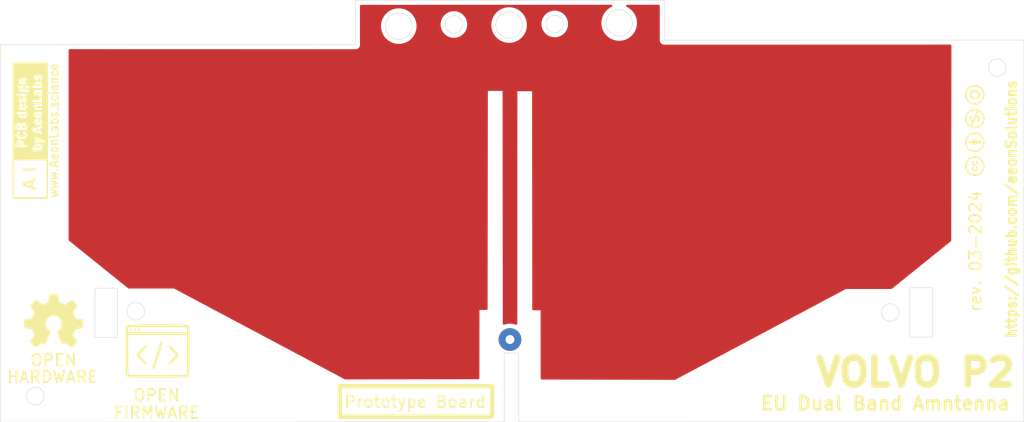
<source format=kicad_pcb>
(kicad_pcb (version 20240225) (generator "pcbnew") (generator_version "8.99")
  (layers (0 "F.Cu" signal) (31 "B.Cu" signal) (34 "B.Paste" user) (35 "F.Paste" user) (36 "B.SilkS" user "B.Silkscreen") (37 "F.SilkS" user "F.Silkscreen") (38 "B.Mask" user) (39 "F.Mask" user) (44 "Edge.Cuts" user))
  (net 0 "")
  (footprint "AeonLabs_Automotive:volvo_p2_dual_band_antenna" (layer "F.Cu") (at 149.53 96.95)
    (property "Reference" "G***" (hide yes))
    (property "Value" "LOGO" (hide yes))
    (fp_line (start -58.895 -22.86) (end -58.885 19.32) (stroke (width 0.05)) (layer "Edge.Cuts"))
    (fp_line (start -58.895 -22.86) (end -19.185 -22.85) (stroke (width 0.05)) (layer "Edge.Cuts"))
    (fp_line (start -19.185 -27.81) (end -19.185 -22.85) (stroke (width 0.05)) (layer "Edge.Cuts"))
    (fp_line (start -2.565 11.61) (end -2.565 19.31) (stroke (width 0.05)) (layer "Edge.Cuts"))
    (fp_line (start -2.565 11.61) (end -0.935 11.61) (stroke (width 0.05)) (layer "Edge.Cuts"))
    (fp_line (start -2.565 19.31) (end -58.885 19.32) (stroke (width 0.05)) (layer "Edge.Cuts"))
    (fp_line (start -0.935 11.61) (end -0.935 19.31) (stroke (width 0.05)) (layer "Edge.Cuts"))
    (fp_line (start 15.325 -27.82) (end -19.185 -27.81) (stroke (width 0.05)) (layer "Edge.Cuts"))
    (fp_line (start 15.325 -27.82) (end 15.325 -23.36) (stroke (width 0.05)) (layer "Edge.Cuts"))
    (fp_line (start 55.515 19.3) (end -0.935 19.31) (stroke (width 0.05)) (layer "Edge.Cuts"))
    (fp_line (start 55.525 -23.37) (end 15.325 -23.36) (stroke (width 0.05)) (layer "Edge.Cuts"))
    (fp_line (start 55.525 -23.37) (end 55.515 19.3) (stroke (width 0.05)) (layer "Edge.Cuts"))
    (fp_rect (start -48.315 4.36) (end -45.795 9.88) (stroke (width 0.05)) (fill none) (layer "Edge.Cuts"))
    (fp_rect (start 42.775 4.31) (end 45.295 9.83) (stroke (width 0.05)) (fill none) (layer "Edge.Cuts"))
    (fp_circle (center -54.977293 16.43) (end -54.177293 17) (stroke (width 0.05)) (fill none) (layer "Edge.Cuts"))
    (fp_circle (center -43.747293 6.94) (end -42.947293 7.51) (stroke (width 0.05)) (fill none) (layer "Edge.Cuts"))
    (fp_circle (center -14.347733 -24.93) (end -13.217733 -23.97) (stroke (width 0.05)) (fill none) (layer "Edge.Cuts"))
    (fp_circle (center -8.187293 -25.11) (end -7.387293 -24.54) (stroke (width 0.05)) (fill none) (layer "Edge.Cuts"))
    (fp_circle (center -2.017733 -25.05) (end -0.887733 -24.09) (stroke (width 0.05)) (fill none) (layer "Edge.Cuts"))
    (fp_circle (center 3.082707 -25.17) (end 3.882707 -24.6) (stroke (width 0.05)) (fill none) (layer "Edge.Cuts"))
    (fp_circle (center 10.285 -25.28) (end 11.415 -24.32) (stroke (width 0.05)) (fill none) (layer "Edge.Cuts"))
    (fp_circle (center 40.582707 7.08) (end 41.382707 7.65) (stroke (width 0.05)) (fill none) (layer "Edge.Cuts"))
    (fp_circle (center 52.542707 -20.29) (end 53.342707 -19.72) (stroke (width 0.05)) (fill none) (layer "Edge.Cuts"))
    (pad "1" thru_hole circle (at -1.92 10.1) (size 2.54 2.54) (drill 1) (layers "*.Cu" "*.Mask"))
  )
  (footprint "Symbol:OSHW-Symbol_6.7x6mm_SilkScreen" (layer "F.Cu") (at 96.610749 104.973905)
    (property "Reference" "REF**" (hide yes))
    (property "Value" "OSHW-Symbol_6.7x6mm_SilkScreen" (hide yes))
  )
  (footprint "AeonLabs Logos:open_firmware" (layer "F.Cu") (at 108.08 109.29)
    (property "Reference" "G***" (hide yes))
    (property "Value" "LOGO" (hide yes))
  )
  (footprint "AeonLabs Logos:aeonlabs science" (layer "F.Cu") (at 94.64 83.72 90)
    (property "Reference" "G***" (hide yes))
    (property "Value" "LOGO" (hide yes))
  )
  (footprint "AeonLabs:aeon creative commons logos" (layer "F.Cu") (at 199.51 83.69 90)
    (property "Reference" "G***" (hide yes))
    (property "Value" "LOGO" (hide yes))
  )
  (gr_rect (start 128.585 112.27) (end 145.595 115.68) (stroke (width 0.5)) (fill none) (layer "F.SilkS"))
  (gr_text "OPEN" (at 96.600749 110.113905 0) (layer "F.SilkS") (effects (font (size 1.3 1.3) (thickness 0.2)) (justify bottom)))
  (gr_text "rev. 03-2024" (at 200.39 97.19 90) (layer "F.SilkS") (effects (font (size 1.3 1.3) (thickness 0.2)) (justify bottom)))
  (gr_text "https://github.com/aeonSolutions" (at 204.28 107.03 90) (layer "F.SilkS") (effects (font (size 1.1 1.1) (thickness 0.275) (bold yes)) (justify left bottom)))
  (gr_text "Prototype Board" (at 137.015 114.78 0) (layer "F.SilkS") (effects (font (size 1.3 1.3) (thickness 0.2)) (justify bottom)))
  (gr_text "VOLVO P2" (at 181.42 112.48 0) (layer "F.SilkS") (effects (font (size 3 3) (thickness 0.75) (bold yes)) (justify left bottom)))
  (gr_text "OPEN" (at 108.11 114.04 0) (layer "F.SilkS") (effects (font (size 1.3 1.3) (thickness 0.2)) (justify bottom)))
  (gr_text "EU Dual Band Amntenna " (at 175.48 115.07 0) (layer "F.SilkS") (effects (font (size 1.5 1.5) (thickness 0.3) (bold yes)) (justify left bottom)))
  (gr_text "FIRMWARE" (at 108.11 115.99 0) (layer "F.SilkS") (effects (font (size 1.3 1.3) (thickness 0.2)) (justify bottom)))
  (gr_text "HARDWARE" (at 96.480749 111.993905 0) (layer "F.SilkS") (effects (font (size 1.3 1.3) (thickness 0.2)) (justify bottom)))
  (zone (net 0) (net_name "") (layer "F.Cu") (connect_pads (clearance 0.5)) (min_thickness 0.25) (fill yes (thermal_gap 0.5) (thermal_bridge_width 0.5) (island_removal_mode 1) (island_area_min 10))
    (polygon (pts (xy 196.95 73.58) (xy 164.86 73.59) (xy 164.86 69.12) (xy 130.28 69.1) (xy 130.29 74.06) (xy 98.28 74.01) (xy 98.28 95.97) (xy 104.96 101.35) (xy 110.06 101.35) (xy 129.17 111.51) (xy 144.19 111.48) (xy 144.2 103.74) (xy 145.11 103.74) (xy 145.14 79.26) (xy 146.78 79.26) (xy 146.81 108.54) (xy 148.43 108.55) (xy 148.44 79.29) (xy 150.08 79.3) (xy 150.1 103.78) (xy 151.03 103.78) (xy 151.04 111.52) (xy 166.05 111.56) (xy 185.16 101.4) (xy 190.27 101.4) (xy 196.93 96.03)))
  )
)
</source>
